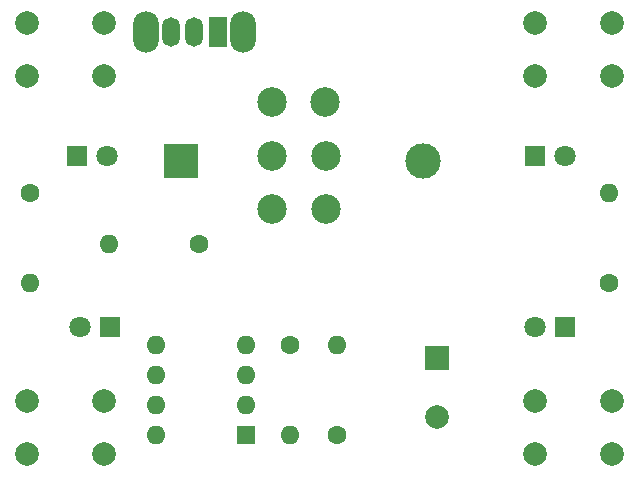
<source format=gbs>
G04 #@! TF.GenerationSoftware,KiCad,Pcbnew,8.0.2*
G04 #@! TF.CreationDate,2024-05-03T14:22:57+02:00*
G04 #@! TF.ProjectId,Simon elab V2,53696d6f-6e20-4656-9c61-622056322e6b,rev?*
G04 #@! TF.SameCoordinates,Original*
G04 #@! TF.FileFunction,Soldermask,Bot*
G04 #@! TF.FilePolarity,Negative*
%FSLAX46Y46*%
G04 Gerber Fmt 4.6, Leading zero omitted, Abs format (unit mm)*
G04 Created by KiCad (PCBNEW 8.0.2) date 2024-05-03 14:22:57*
%MOMM*%
%LPD*%
G01*
G04 APERTURE LIST*
%ADD10C,2.000000*%
%ADD11C,1.600000*%
%ADD12O,1.600000X1.600000*%
%ADD13R,1.600000X1.600000*%
%ADD14R,1.800000X1.800000*%
%ADD15C,1.800000*%
%ADD16R,3.000000X3.000000*%
%ADD17C,3.000000*%
%ADD18O,2.200000X3.500000*%
%ADD19R,1.500000X2.500000*%
%ADD20O,1.500000X2.500000*%
%ADD21R,2.000000X2.000000*%
%ADD22C,2.500000*%
G04 APERTURE END LIST*
D10*
X144750000Y-133750000D03*
X151250000Y-133750000D03*
X144750000Y-138250000D03*
X151250000Y-138250000D03*
D11*
X116310000Y-120500000D03*
D12*
X108690000Y-120500000D03*
D13*
X120300000Y-136620000D03*
D12*
X120300000Y-134080000D03*
X120300000Y-131540000D03*
X120300000Y-129000000D03*
X112680000Y-129000000D03*
X112680000Y-131540000D03*
X112680000Y-134080000D03*
X112680000Y-136620000D03*
D11*
X128000000Y-136620000D03*
D12*
X128000000Y-129000000D03*
D14*
X108775000Y-127500000D03*
D15*
X106235000Y-127500000D03*
D10*
X144750000Y-101750000D03*
X151250000Y-101750000D03*
X144750000Y-106250000D03*
X151250000Y-106250000D03*
D14*
X144725000Y-113000000D03*
D15*
X147265000Y-113000000D03*
D10*
X101750000Y-101750000D03*
X108250000Y-101750000D03*
X101750000Y-106250000D03*
X108250000Y-106250000D03*
X101750000Y-133750000D03*
X108250000Y-133750000D03*
X101750000Y-138250000D03*
X108250000Y-138250000D03*
D14*
X147275000Y-127500000D03*
D15*
X144735000Y-127500000D03*
D11*
X151000000Y-123810000D03*
D12*
X151000000Y-116190000D03*
D16*
X114750000Y-113499999D03*
D17*
X135240000Y-113499999D03*
D14*
X105960000Y-113000000D03*
D15*
X108500000Y-113000000D03*
D18*
X120000000Y-102500000D03*
X111800000Y-102500000D03*
D19*
X117900000Y-102500000D03*
D20*
X115900000Y-102500000D03*
X113900000Y-102500000D03*
D11*
X102000000Y-116190000D03*
D12*
X102000000Y-123810000D03*
D11*
X124000000Y-129000000D03*
D12*
X124000000Y-136620000D03*
D21*
X136500000Y-130129215D03*
D10*
X136500000Y-135129215D03*
D22*
X122500000Y-108450000D03*
X127000000Y-108500000D03*
X122500000Y-117500000D03*
X122500000Y-113000000D03*
X127050000Y-113000000D03*
X127050000Y-117550000D03*
M02*

</source>
